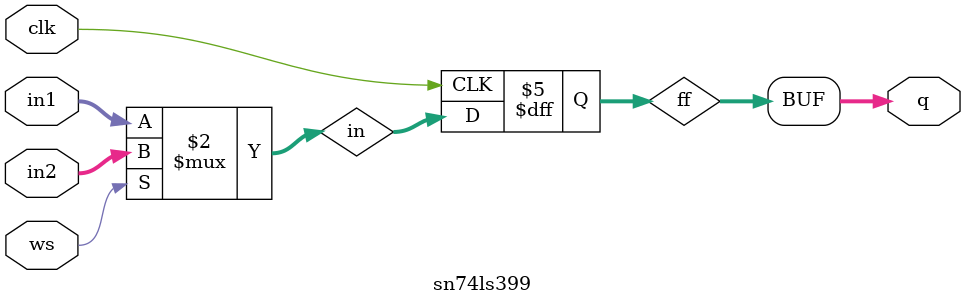
<source format=v>
module sn74ls399(q, in1, in2, ws, clk);
input [3:0] in1, in2;
input ws, clk;
output [3:0] q;
wire [3:0] in;
reg [3:0] ff;

parameter
	// TI TTL data book Vol 1, 1985
	tPLH_min=0, tPLH_typ=18, tPLH_max=27,
	tPHL_min=0, tPHL_typ=21, tPHL_max=32;

assign in = ws==0 ? in1 : in2;

always @(posedge clk)
begin
	if (clk==1)
		ff <= in;
end

assign #(tPLH_min:tPLH_typ:tPLH_max, tPHL_min:tPHL_typ:tPHL_max)
	q = ff;

endmodule

</source>
